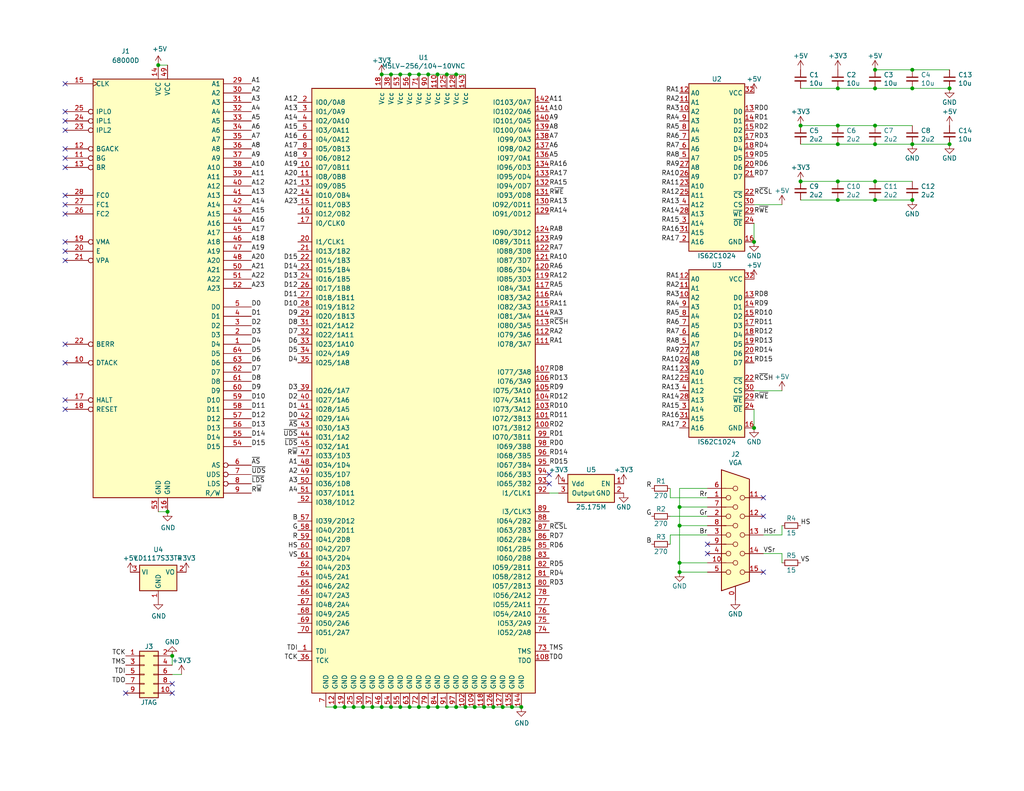
<source format=kicad_sch>
(kicad_sch (version 20230121) (generator eeschema)
  (paper "USLetter")
  (title_block (title "MacPlusVGA") (date "2020-07-02") (rev "0.5") (company "Garrett's Workshop"))
  (lib_symbols
    (symbol "CPU_NXP_68000:68000D" (pin_names (offset 0.762))
      (property "Reference" "U" (at 0 2.54 0))
      (property "Value" "68000D" (at 0 -3.81 0))
      (symbol "68000D_0_1"
        (rectangle (start -17.78 57.15) (end 17.78 -57.15) (stroke (width 0.254)) (fill (type background)))
      )
      (symbol "68000D_1_1"
        (pin bidirectional line (at 25.4 -15.24 180) (length 7.62) (name "D4") (number "1"))
        (pin input inverted (at -25.4 -20.32 0) (length 7.62) (name "DTACK") (number "10"))
        (pin output inverted (at -25.4 35.56 0) (length 7.62) (name "BG") (number "11"))
        (pin input inverted (at -25.4 38.1 0) (length 7.62) (name "BGACK") (number "12"))
        (pin input inverted (at -25.4 33.02 0) (length 7.62) (name "BR") (number "13"))
        (pin power_in line (at 0 60.96 270) (length 3.81) (name "VCC") (number "14"))
        (pin input clock (at -25.4 55.88 0) (length 7.62) (name "CLK") (number "15"))
        (pin power_in line (at 2.54 -60.96 90) (length 3.81) (name "GND") (number "16"))
        (pin bidirectional inverted (at -25.4 -30.48 0) (length 7.62) (name "HALT") (number "17"))
        (pin bidirectional inverted (at -25.4 -33.02 0) (length 7.62) (name "RESET") (number "18"))
        (pin output inverted (at -25.4 12.7 0) (length 7.62) (name "VMA") (number "19"))
        (pin bidirectional line (at 25.4 -12.7 180) (length 7.62) (name "D3") (number "2"))
        (pin output line (at -25.4 10.16 0) (length 7.62) (name "E") (number "20"))
        (pin input inverted (at -25.4 7.62 0) (length 7.62) (name "VPA") (number "21"))
        (pin input inverted (at -25.4 -15.24 0) (length 7.62) (name "BERR") (number "22"))
        (pin input inverted (at -25.4 43.18 0) (length 7.62) (name "IPL2") (number "23"))
        (pin input inverted (at -25.4 45.72 0) (length 7.62) (name "IPL1") (number "24"))
        (pin input inverted (at -25.4 48.26 0) (length 7.62) (name "IPL0") (number "25"))
        (pin output line (at -25.4 20.32 0) (length 7.62) (name "FC2") (number "26"))
        (pin output line (at -25.4 22.86 0) (length 7.62) (name "FC1") (number "27"))
        (pin output line (at -25.4 25.4 0) (length 7.62) (name "FC0") (number "28"))
        (pin output line (at 25.4 55.88 180) (length 7.62) (name "A1") (number "29"))
        (pin bidirectional line (at 25.4 -10.16 180) (length 7.62) (name "D2") (number "3"))
        (pin output line (at 25.4 53.34 180) (length 7.62) (name "A2") (number "30"))
        (pin output line (at 25.4 50.8 180) (length 7.62) (name "A3") (number "31"))
        (pin output line (at 25.4 48.26 180) (length 7.62) (name "A4") (number "32"))
        (pin output line (at 25.4 45.72 180) (length 7.62) (name "A5") (number "33"))
        (pin output line (at 25.4 43.18 180) (length 7.62) (name "A6") (number "34"))
        (pin output line (at 25.4 40.64 180) (length 7.62) (name "A7") (number "35"))
        (pin output line (at 25.4 38.1 180) (length 7.62) (name "A8") (number "36"))
        (pin output line (at 25.4 35.56 180) (length 7.62) (name "A9") (number "37"))
        (pin output line (at 25.4 33.02 180) (length 7.62) (name "A10") (number "38"))
        (pin output line (at 25.4 30.48 180) (length 7.62) (name "A11") (number "39"))
        (pin bidirectional line (at 25.4 -7.62 180) (length 7.62) (name "D1") (number "4"))
        (pin output line (at 25.4 27.94 180) (length 7.62) (name "A12") (number "40"))
        (pin output line (at 25.4 25.4 180) (length 7.62) (name "A13") (number "41"))
        (pin output line (at 25.4 22.86 180) (length 7.62) (name "A14") (number "42"))
        (pin output line (at 25.4 20.32 180) (length 7.62) (name "A15") (number "43"))
        (pin output line (at 25.4 17.78 180) (length 7.62) (name "A16") (number "44"))
        (pin output line (at 25.4 15.24 180) (length 7.62) (name "A17") (number "45"))
        (pin output line (at 25.4 12.7 180) (length 7.62) (name "A18") (number "46"))
        (pin output line (at 25.4 10.16 180) (length 7.62) (name "A19") (number "47"))
        (pin output line (at 25.4 7.62 180) (length 7.62) (name "A20") (number "48"))
        (pin power_in line (at 2.54 60.96 270) (length 3.81) (name "VCC") (number "49"))
        (pin bidirectional line (at 25.4 -5.08 180) (length 7.62) (name "D0") (number "5"))
        (pin output line (at 25.4 5.08 180) (length 7.62) (name "A21") (number "50"))
        (pin output line (at 25.4 2.54 180) (length 7.62) (name "A22") (number "51"))
        (pin output line (at 25.4 0 180) (length 7.62) (name "A23") (number "52"))
        (pin power_in line (at 0 -60.96 90) (length 3.81) (name "GND") (number "53"))
        (pin bidirectional line (at 25.4 -43.18 180) (length 7.62) (name "D15") (number "54"))
        (pin bidirectional line (at 25.4 -40.64 180) (length 7.62) (name "D14") (number "55"))
        (pin bidirectional line (at 25.4 -38.1 180) (length 7.62) (name "D13") (number "56"))
        (pin bidirectional line (at 25.4 -35.56 180) (length 7.62) (name "D12") (number "57"))
        (pin bidirectional line (at 25.4 -33.02 180) (length 7.62) (name "D11") (number "58"))
        (pin bidirectional line (at 25.4 -30.48 180) (length 7.62) (name "D10") (number "59"))
        (pin output inverted (at 25.4 -48.26 180) (length 7.62) (name "AS") (number "6"))
        (pin bidirectional line (at 25.4 -27.94 180) (length 7.62) (name "D9") (number "60"))
        (pin bidirectional line (at 25.4 -25.4 180) (length 7.62) (name "D8") (number "61"))
        (pin bidirectional line (at 25.4 -22.86 180) (length 7.62) (name "D7") (number "62"))
        (pin bidirectional line (at 25.4 -20.32 180) (length 7.62) (name "D6") (number "63"))
        (pin bidirectional line (at 25.4 -17.78 180) (length 7.62) (name "D5") (number "64"))
        (pin output inverted (at 25.4 -50.8 180) (length 7.62) (name "UDS") (number "7"))
        (pin output inverted (at 25.4 -53.34 180) (length 7.62) (name "LDS") (number "8"))
        (pin output line (at 25.4 -55.88 180) (length 7.62) (name "R/W") (number "9"))
      )
    )
    (symbol "Connector_Generic:Conn_02x05_Odd_Even" (pin_names (offset 1.016) hide)
      (property "Reference" "J" (at 1.27 7.62 0))
      (property "Value" "Conn_02x05_Odd_Even" (at 1.27 -7.62 0))
      (symbol "Conn_02x05_Odd_Even_1_1"
        (rectangle (start -1.27 -4.953) (end 0 -5.207) (stroke (width 0.1524)))
        (rectangle (start -1.27 -2.413) (end 0 -2.667) (stroke (width 0.1524)))
        (rectangle (start -1.27 0.127) (end 0 -0.127) (stroke (width 0.1524)))
        (rectangle (start -1.27 2.667) (end 0 2.413) (stroke (width 0.1524)))
        (rectangle (start -1.27 5.207) (end 0 4.953) (stroke (width 0.1524)))
        (rectangle (start -1.27 6.35) (end 3.81 -6.35) (stroke (width 0.254)) (fill (type background)))
        (rectangle (start 3.81 -4.953) (end 2.54 -5.207) (stroke (width 0.1524)))
        (rectangle (start 3.81 -2.413) (end 2.54 -2.667) (stroke (width 0.1524)))
        (rectangle (start 3.81 0.127) (end 2.54 -0.127) (stroke (width 0.1524)))
        (rectangle (start 3.81 2.667) (end 2.54 2.413) (stroke (width 0.1524)))
        (rectangle (start 3.81 5.207) (end 2.54 4.953) (stroke (width 0.1524)))
        (pin passive line (at -5.08 5.08 0) (length 3.81) (name "Pin_1") (number "1"))
        (pin passive line (at 7.62 -5.08 180) (length 3.81) (name "Pin_10") (number "10"))
        (pin passive line (at 7.62 5.08 180) (length 3.81) (name "Pin_2") (number "2"))
        (pin passive line (at -5.08 2.54 0) (length 3.81) (name "Pin_3") (number "3"))
        (pin passive line (at 7.62 2.54 180) (length 3.81) (name "Pin_4") (number "4"))
        (pin passive line (at -5.08 0 0) (length 3.81) (name "Pin_5") (number "5"))
        (pin passive line (at 7.62 0 180) (length 3.81) (name "Pin_6") (number "6"))
        (pin passive line (at -5.08 -2.54 0) (length 3.81) (name "Pin_7") (number "7"))
        (pin passive line (at 7.62 -2.54 180) (length 3.81) (name "Pin_8") (number "8"))
        (pin passive line (at -5.08 -5.08 0) (length 3.81) (name "Pin_9") (number "9"))
      )
    )
    (symbol "Device:C_Small" (pin_numbers hide) (pin_names (offset 0.254) hide)
      (property "Reference" "C" (at 0.254 1.778 0))
      (property "Value" "C_Small" (at 0.254 -2.032 0))
      (symbol "C_Small_0_1"
        (polyline (pts (xy -1.524 -0.508) (xy 1.524 -0.508)) (stroke (width 0.3302)))
        (polyline (pts (xy -1.524 0.508) (xy 1.524 0.508)) (stroke (width 0.3048)))
      )
      (symbol "C_Small_1_1"
        (pin passive line (at 0 2.54 270) (length 2.032) (name "~") (number "1"))
        (pin passive line (at 0 -2.54 90) (length 2.032) (name "~") (number "2"))
      )
    )
    (symbol "Device:R_Small" (pin_numbers hide) (pin_names (offset 0.254) hide)
      (property "Reference" "R" (at 0.762 0.508 0))
      (property "Value" "R_Small" (at 0.762 -1.016 0))
      (symbol "R_Small_0_1"
        (rectangle (start -0.762 1.778) (end 0.762 -1.778) (stroke (width 0.2032)))
      )
      (symbol "R_Small_1_1"
        (pin passive line (at 0 2.54 270) (length 0.762) (name "~") (number "1"))
        (pin passive line (at 0 -2.54 90) (length 0.762) (name "~") (number "2"))
      )
    )
    (symbol "MacPlusVGA-rescue:DB15_Female_HighDensity_MountingHoles-Connector" (pin_names (offset 1.016) hide)
      (property "Reference" "J" (at 0 21.59 0))
      (property "Value" "Connector_DB15_Female_HighDensity_MountingHoles" (at 0 19.05 0))
      (symbol "DB15_Female_HighDensity_MountingHoles-Connector_0_1"
        (circle (center -1.905 -10.16) (radius 0.635))
        (circle (center -1.905 -5.08) (radius 0.635))
        (circle (center -1.905 0) (radius 0.635))
        (circle (center -1.905 5.08) (radius 0.635))
        (circle (center -1.905 10.16) (radius 0.635))
        (circle (center 0 -7.62) (radius 0.635))
        (circle (center 0 -2.54) (radius 0.635))
        (polyline (pts (xy -3.175 7.62) (xy -0.635 7.62)))
        (polyline (pts (xy -0.635 -7.62) (xy -3.175 -7.62)))
        (polyline (pts (xy -0.635 -2.54) (xy -3.175 -2.54)))
        (polyline (pts (xy -0.635 2.54) (xy -3.175 2.54)))
        (polyline (pts (xy -0.635 12.7) (xy -3.175 12.7)))
        (polyline (pts (xy -3.81 17.78) (xy -3.81 -15.24) (xy 3.81 -12.7) (xy 3.81 15.24) (xy -3.81 17.78)) (stroke (width 0.254)) (fill (type background)))
        (circle (center 0 2.54) (radius 0.635))
        (circle (center 0 7.62) (radius 0.635))
        (circle (center 0 12.7) (radius 0.635))
        (circle (center 1.905 -10.16) (radius 0.635))
        (circle (center 1.905 -5.08) (radius 0.635))
        (circle (center 1.905 0) (radius 0.635))
        (circle (center 1.905 5.08) (radius 0.635))
        (circle (center 1.905 10.16) (radius 0.635))
      )
      (symbol "DB15_Female_HighDensity_MountingHoles-Connector_1_1"
        (pin passive line (at 0 -17.78 90) (length 3.81) (name "~") (number "0"))
        (pin passive line (at -7.62 10.16 0) (length 5.08) (name "~") (number "1"))
        (pin passive line (at -7.62 -7.62 0) (length 5.08) (name "~") (number "10"))
        (pin passive line (at 7.62 10.16 180) (length 5.08) (name "~") (number "11"))
        (pin passive line (at 7.62 5.08 180) (length 5.08) (name "~") (number "12"))
        (pin passive line (at 7.62 0 180) (length 5.08) (name "~") (number "13"))
        (pin passive line (at 7.62 -5.08 180) (length 5.08) (name "~") (number "14"))
        (pin passive line (at 7.62 -10.16 180) (length 5.08) (name "~") (number "15"))
        (pin passive line (at -7.62 5.08 0) (length 5.08) (name "~") (number "2"))
        (pin passive line (at -7.62 0 0) (length 5.08) (name "~") (number "3"))
        (pin passive line (at -7.62 -5.08 0) (length 5.08) (name "~") (number "4"))
        (pin passive line (at -7.62 -10.16 0) (length 5.08) (name "~") (number "5"))
        (pin passive line (at -7.62 12.7 0) (length 5.08) (name "~") (number "6"))
        (pin passive line (at -7.62 7.62 0) (length 5.08) (name "~") (number "7"))
        (pin passive line (at -7.62 2.54 0) (length 5.08) (name "~") (number "8"))
        (pin passive line (at -7.62 -2.54 0) (length 5.08) (name "~") (number "9"))
      )
    )
    (symbol "MacPlusVGA-rescue:M5LV-TQFP-144-GW_PLD" (pin_names (offset 1.016))
      (property "Reference" "U" (at 1.27 66.04 0))
      (property "Value" "GW_PLD_M5LV-TQFP-144" (at 1.27 63.5 0))
      (symbol "M5LV-TQFP-144-GW_PLD_0_1"
        (rectangle (start 30.48 -82.55) (end -30.48 82.55) (stroke (width 0.254)) (fill (type background)))
      )
      (symbol "M5LV-TQFP-144-GW_PLD_1_1"
        (pin input line (at -34.29 -71.12 0) (length 3.81) (name "TDI") (number "1"))
        (pin bidirectional line (at -34.29 60.96 0) (length 3.81) (name "IO7/0B11") (number "10"))
        (pin bidirectional line (at 34.29 -10.16 180) (length 3.81) (name "IO71/3B12") (number "100"))
        (pin bidirectional line (at 34.29 -7.62 180) (length 3.81) (name "IO72/3B13") (number "101"))
        (pin power_in line (at 11.43 -86.36 90) (length 3.81) (name "GND") (number "102"))
        (pin bidirectional line (at 34.29 -5.08 180) (length 3.81) (name "IO73/3A12") (number "103"))
        (pin bidirectional line (at 34.29 -2.54 180) (length 3.81) (name "IO74/3A11") (number "104"))
        (pin bidirectional line (at 34.29 0 180) (length 3.81) (name "IO75/3A10") (number "105"))
        (pin bidirectional line (at 34.29 2.54 180) (length 3.81) (name "IO76/3A9") (number "106"))
        (pin bidirectional line (at 34.29 5.08 180) (length 3.81) (name "IO77/3A8") (number "107"))
        (pin input line (at 34.29 -73.66 180) (length 3.81) (name "TDO") (number "108"))
        (pin power_in line (at 13.97 -86.36 90) (length 3.81) (name "GND") (number "109"))
        (pin bidirectional line (at -34.29 58.42 0) (length 3.81) (name "IO8/0B8") (number "11"))
        (pin power_in line (at 3.81 86.36 270) (length 3.81) (name "Vcc") (number "110"))
        (pin bidirectional line (at 34.29 12.7 180) (length 3.81) (name "IO78/3A7") (number "111"))
        (pin bidirectional line (at 34.29 15.24 180) (length 3.81) (name "IO79/3A6") (number "112"))
        (pin bidirectional line (at 34.29 17.78 180) (length 3.81) (name "IO80/3A5") (number "113"))
        (pin bidirectional line (at 34.29 20.32 180) (length 3.81) (name "IO81/3A4") (number "114"))
        (pin bidirectional line (at 34.29 22.86 180) (length 3.81) (name "IO82/3A3") (number "115"))
        (pin bidirectional line (at 34.29 25.4 180) (length 3.81) (name "IO83/3A2") (number "116"))
        (pin bidirectional line (at 34.29 27.94 180) (length 3.81) (name "IO84/3A1") (number "117"))
        (pin power_in line (at 16.51 -86.36 90) (length 3.81) (name "GND") (number "118"))
        (pin bidirectional line (at 34.29 30.48 180) (length 3.81) (name "IO85/3D3") (number "119"))
        (pin power_in line (at -24.13 -86.36 90) (length 3.81) (name "GND") (number "12"))
        (pin bidirectional line (at 34.29 33.02 180) (length 3.81) (name "IO86/3D4") (number "120"))
        (pin bidirectional line (at 34.29 35.56 180) (length 3.81) (name "IO87/3D7") (number "121"))
        (pin bidirectional line (at 34.29 38.1 180) (length 3.81) (name "IO88/3D8") (number "122"))
        (pin bidirectional line (at 34.29 40.64 180) (length 3.81) (name "IO89/3D11") (number "123"))
        (pin bidirectional line (at 34.29 43.18 180) (length 3.81) (name "IO90/3D12") (number "124"))
        (pin power_in line (at 6.35 86.36 270) (length 3.81) (name "Vcc") (number "125"))
        (pin power_in line (at 19.05 -86.36 90) (length 3.81) (name "GND") (number "126"))
        (pin power_in line (at 21.59 -86.36 90) (length 3.81) (name "GND") (number "127"))
        (pin power_in line (at 8.89 86.36 270) (length 3.81) (name "Vcc") (number "128"))
        (pin bidirectional line (at 34.29 48.26 180) (length 3.81) (name "IO91/0D12") (number "129"))
        (pin bidirectional line (at -34.29 55.88 0) (length 3.81) (name "IO9/0B5") (number "13"))
        (pin bidirectional line (at 34.29 50.8 180) (length 3.81) (name "IO92/0D11") (number "130"))
        (pin bidirectional line (at 34.29 53.34 180) (length 3.81) (name "IO93/0D8") (number "131"))
        (pin bidirectional line (at 34.29 55.88 180) (length 3.81) (name "IO94/0D7") (number "132"))
        (pin bidirectional line (at 34.29 58.42 180) (length 3.81) (name "IO95/0D4") (number "133"))
        (pin bidirectional line (at 34.29 60.96 180) (length 3.81) (name "IO96/0D3") (number "134"))
        (pin power_in line (at 24.13 -86.36 90) (length 3.81) (name "GND") (number "135"))
        (pin bidirectional line (at 34.29 63.5 180) (length 3.81) (name "IO97/0A1") (number "136"))
        (pin bidirectional line (at 34.29 66.04 180) (length 3.81) (name "IO98/0A2") (number "137"))
        (pin bidirectional line (at 34.29 68.58 180) (length 3.81) (name "IO99/0A3") (number "138"))
        (pin bidirectional line (at 34.29 71.12 180) (length 3.81) (name "IO100/0A4") (number "139"))
        (pin bidirectional line (at -34.29 53.34 0) (length 3.81) (name "IO10/0B4") (number "14"))
        (pin bidirectional line (at 34.29 73.66 180) (length 3.81) (name "IO101/0A5") (number "140"))
        (pin bidirectional line (at 34.29 76.2 180) (length 3.81) (name "IO102/0A6") (number "141"))
        (pin bidirectional line (at 34.29 78.74 180) (length 3.81) (name "IO103/0A7") (number "142"))
        (pin power_in line (at 11.43 86.36 270) (length 3.81) (name "Vcc") (number "143"))
        (pin power_in line (at 26.67 -86.36 90) (length 3.81) (name "GND") (number "144"))
        (pin bidirectional line (at -34.29 50.8 0) (length 3.81) (name "IO11/0B3") (number "15"))
        (pin bidirectional line (at -34.29 48.26 0) (length 3.81) (name "IO12/0B2") (number "16"))
        (pin input line (at -34.29 45.72 0) (length 3.81) (name "I0/CLK0") (number "17"))
        (pin power_in line (at -11.43 86.36 270) (length 3.81) (name "Vcc") (number "18"))
        (pin power_in line (at -21.59 -86.36 90) (length 3.81) (name "GND") (number "19"))
        (pin bidirectional line (at -34.29 78.74 0) (length 3.81) (name "IO0/0A8") (number "2"))
        (pin input line (at -34.29 40.64 0) (length 3.81) (name "I1/CLK1") (number "20"))
        (pin bidirectional line (at -34.29 38.1 0) (length 3.81) (name "IO13/1B2") (number "21"))
        (pin bidirectional line (at -34.29 35.56 0) (length 3.81) (name "IO14/1B3") (number "22"))
        (pin bidirectional line (at -34.29 33.02 0) (length 3.81) (name "IO15/1B4") (number "23"))
        (pin bidirectional line (at -34.29 30.48 0) (length 3.81) (name "IO16/1B5") (number "24"))
        (pin power_in line (at -19.05 -86.36 90) (length 3.81) (name "GND") (number "25"))
        (pin bidirectional line (at -34.29 27.94 0) (length 3.81) (name "IO17/1B8") (number "26"))
        (pin bidirectional line (at -34.29 25.4 0) (length 3.81) (name "IO18/1B11") (number "27"))
        (pin bidirectional line (at -34.29 22.86 0) (length 3.81) (name "IO19/1B12") (number "28"))
        (pin bidirectional line (at -34.29 20.32 0) (length 3.81) (name "IO20/1B13") (number "29"))
        (pin bidirectional line (at -34.29 76.2 0) (length 3.81) (name "IO1/0A9") (number "3"))
        (pin power_in line (at -16.51 -86.36 90) (length 3.81) (name "GND") (number "30"))
        (pin bidirectional line (at -34.29 17.78 0) (length 3.81) (name "IO21/1A12") (number "31"))
        (pin bidirectional line (at -34.29 15.24 0) (length 3.81) (name "IO22/1A11") (number "32"))
        (pin bidirectional line (at -34.29 12.7 0) (length 3.81) (name "IO23/1A10") (number "33"))
        (pin bidirectional line (at -34.29 10.16 0) (length 3.81) (name "IO24/1A9") (number "34"))
        (pin bidirectional line (at -34.29 7.62 0) (length 3.81) (name "IO25/1A8") (number "35"))
        (pin input line (at -34.29 -73.66 0) (length 3.81) (name "TCK") (number "36"))
        (pin power_in line (at -13.97 -86.36 90) (length 3.81) (name "GND") (number "37"))
        (pin power_in line (at -8.89 86.36 270) (length 3.81) (name "Vcc") (number "38"))
        (pin bidirectional line (at -34.29 0 0) (length 3.81) (name "IO26/1A7") (number "39"))
        (pin bidirectional line (at -34.29 73.66 0) (length 3.81) (name "IO2/0A10") (number "4"))
        (pin bidirectional line (at -34.29 -2.54 0) (length 3.81) (name "IO27/1A6") (number "40"))
        (pin bidirectional line (at -34.29 -5.08 0) (length 3.81) (name "IO28/1A5") (number "41"))
        (pin bidirectional line (at -34.29 -7.62 0) (length 3.81) (name "IO29/1A4") (number "42"))
        (pin bidirectional line (at -34.29 -10.16 0) (length 3.81) (name "IO30/1A3") (number "43"))
        (pin bidirectional line (at -34.29 -12.7 0) (length 3.81) (name "IO31/1A2") (number "44"))
        (pin bidirectional line (at -34.29 -15.24 0) (length 3.81) (name "IO32/1A1") (number "45"))
        (pin power_in line (at -11.43 -86.36 90) (length 3.81) (name "GND") (number "46"))
        (pin bidirectional line (at -34.29 -17.78 0) (length 3.81) (name "IO33/1D3") (number "47"))
        (pin bidirectional line (at -34.29 -20.32 0) (length 3.81) (name "IO34/1D4") (number "48"))
        (pin bidirectional line (at -34.29 -22.86 0) (length 3.81) (name "IO35/1D7") (number "49"))
        (pin bidirectional line (at -34.29 71.12 0) (length 3.81) (name "IO3/0A11") (number "5"))
        (pin bidirectional line (at -34.29 -25.4 0) (length 3.81) (name "IO36/1D8") (number "50"))
        (pin bidirectional line (at -34.29 -27.94 0) (length 3.81) (name "IO37/1D11") (number "51"))
        (pin bidirectional line (at -34.29 -30.48 0) (length 3.81) (name "IO38/1D12") (number "52"))
        (pin power_in line (at -6.35 86.36 270) (length 3.81) (name "Vcc") (number "53"))
        (pin power_in line (at -8.89 -86.36 90) (length 3.81) (name "GND") (number "54"))
        (pin power_in line (at -6.35 -86.36 90) (length 3.81) (name "GND") (number "55"))
        (pin power_in line (at -3.81 86.36 270) (length 3.81) (name "Vcc") (number "56"))
        (pin bidirectional line (at -34.29 -35.56 0) (length 3.81) (name "IO39/2D12") (number "57"))
        (pin bidirectional line (at -34.29 -38.1 0) (length 3.81) (name "IO40/2D11") (number "58"))
        (pin bidirectional line (at -34.29 -40.64 0) (length 3.81) (name "IO41/2D8") (number "59"))
        (pin bidirectional line (at -34.29 68.58 0) (length 3.81) (name "IO4/0A12") (number "6"))
        (pin bidirectional line (at -34.29 -43.18 0) (length 3.81) (name "IO42/2D7") (number "60"))
        (pin bidirectional line (at -34.29 -45.72 0) (length 3.81) (name "IO43/2D4") (number "61"))
        (pin bidirectional line (at -34.29 -48.26 0) (length 3.81) (name "IO44/2D3") (number "62"))
        (pin power_in line (at -3.81 -86.36 90) (length 3.81) (name "GND") (number "63"))
        (pin bidirectional line (at -34.29 -50.8 0) (length 3.81) (name "IO45/2A1") (number "64"))
        (pin bidirectional line (at -34.29 -53.34 0) (length 3.81) (name "IO46/2A2") (number "65"))
        (pin bidirectional line (at -34.29 -55.88 0) (length 3.81) (name "IO47/2A3") (number "66"))
        (pin bidirectional line (at -34.29 -58.42 0) (length 3.81) (name "IO48/2A4") (number "67"))
        (pin bidirectional line (at -34.29 -60.96 0) (length 3.81) (name "IO49/2A5") (number "68"))
        (pin bidirectional line (at -34.29 -63.5 0) (length 3.81) (name "IO50/2A6") (number "69"))
        (pin power_in line (at -26.67 -86.36 90) (length 3.81) (name "GND") (number "7"))
        (pin bidirectional line (at -34.29 -66.04 0) (length 3.81) (name "IO51/2A7") (number "70"))
        (pin power_in line (at -1.27 86.36 270) (length 3.81) (name "Vcc") (number "71"))
        (pin power_in line (at -1.27 -86.36 90) (length 3.81) (name "GND") (number "72"))
        (pin input line (at 34.29 -71.12 180) (length 3.81) (name "TMS") (number "73"))
        (pin bidirectional line (at 34.29 -66.04 180) (length 3.81) (name "IO52/2A8") (number "74"))
        (pin bidirectional line (at 34.29 -63.5 180) (length 3.81) (name "IO53/2A9") (number "75"))
        (pin bidirectional line (at 34.29 -60.96 180) (length 3.81) (name "IO54/2A10") (number "76"))
        (pin bidirectional line (at 34.29 -58.42 180) (length 3.81) (name "IO55/2A11") (number "77"))
        (pin bidirectional line (at 34.29 -55.88 180) (length 3.81) (name "IO56/2A12") (number "78"))
        (pin power_in line (at 1.27 -86.36 90) (length 3.81) (name "GND") (number "79"))
        (pin bidirectional line (at -34.29 66.04 0) (length 3.81) (name "IO5/0B13") (number "8"))
        (pin bidirectional line (at 34.29 -53.34 180) (length 3.81) (name "IO57/2B13") (number "80"))
        (pin bidirectional line (at 34.29 -50.8 180) (length 3.81) (name "IO58/2B12") (number "81"))
        (pin bidirectional line (at 34.29 -48.26 180) (length 3.81) (name "IO59/2B11") (number "82"))
        (pin bidirectional line (at 34.29 -45.72 180) (length 3.81) (name "IO60/2B8") (number "83"))
        (pin power_in line (at 3.81 -86.36 90) (length 3.81) (name "GND") (number "84"))
        (pin bidirectional line (at 34.29 -43.18 180) (length 3.81) (name "IO61/2B5") (number "85"))
        (pin bidirectional line (at 34.29 -40.64 180) (length 3.81) (name "IO62/2B4") (number "86"))
        (pin bidirectional line (at 34.29 -38.1 180) (length 3.81) (name "IO63/2B3") (number "87"))
        (pin bidirectional line (at 34.29 -35.56 180) (length 3.81) (name "IO64/2B2") (number "88"))
        (pin input line (at 34.29 -33.02 180) (length 3.81) (name "I3/CLK3") (number "89"))
        (pin bidirectional line (at -34.29 63.5 0) (length 3.81) (name "IO6/0B12") (number "9"))
        (pin power_in line (at 1.27 86.36 270) (length 3.81) (name "Vcc") (number "90"))
        (pin power_in line (at 6.35 -86.36 90) (length 3.81) (name "GND") (number "91"))
        (pin input line (at 34.29 -27.94 180) (length 3.81) (name "I1/CLK1") (number "92"))
        (pin bidirectional line (at 34.29 -25.4 180) (length 3.81) (name "IO65/3B2") (number "93"))
        (pin bidirectional line (at 34.29 -22.86 180) (length 3.81) (name "IO66/3B3") (number "94"))
        (pin bidirectional line (at 34.29 -20.32 180) (length 3.81) (name "IO67/3B4") (number "95"))
        (pin bidirectional line (at 34.29 -17.78 180) (length 3.81) (name "IO68/3B5") (number "96"))
        (pin power_in line (at 8.89 -86.36 90) (length 3.81) (name "GND") (number "97"))
        (pin bidirectional line (at 34.29 -15.24 180) (length 3.81) (name "IO69/3B8") (number "98"))
        (pin bidirectional line (at 34.29 -12.7 180) (length 3.81) (name "IO70/3B11") (number "99"))
      )
    )
    (symbol "MacPlusVGA-rescue:Oscillator_4P-GW_Logic" (pin_names (offset 1.016))
      (property "Reference" "U" (at 0 6.35 0))
      (property "Value" "GW_Logic_Oscillator_4P" (at 0 -3.81 0))
      (symbol "Oscillator_4P-GW_Logic_0_1"
        (rectangle (start -6.35 5.08) (end 6.35 -2.54) (stroke (width 0.254)) (fill (type background)))
      )
      (symbol "Oscillator_4P-GW_Logic_1_1"
        (pin input line (at -8.89 2.54 0) (length 2.54) (name "EN") (number "1"))
        (pin power_in line (at -8.89 0 0) (length 2.54) (name "GND") (number "2"))
        (pin output line (at 8.89 0 180) (length 2.54) (name "Output") (number "3"))
        (pin power_in line (at 8.89 2.54 180) (length 2.54) (name "Vdd") (number "4"))
      )
    )
    (symbol "MacPlusVGA-rescue:SRAM-128Kx8-SOP-32-GW_RAM"
      (property "Reference" "U?" (at 0 24.13 0))
      (property "Value" "GW_RAM_SRAM-128Kx8-SOP-32" (at 0 0 90))
      (symbol "SRAM-128Kx8-SOP-32-GW_RAM_1_1"
        (rectangle (start -7.62 22.86) (end 7.62 -22.86) (stroke (width 0.254)) (fill (type background)))
        (pin no_connect line (at 10.16 -5.08 180) (length 2.54) hide (name "NC") (number "1"))
        (pin input line (at -10.16 15.24 0) (length 2.54) (name "A2") (number "10"))
        (pin input line (at -10.16 17.78 0) (length 2.54) (name "A1") (number "11"))
        (pin input line (at -10.16 20.32 0) (length 2.54) (name "A0") (number "12"))
        (pin bidirectional line (at 10.16 15.24 180) (length 2.54) (name "D0") (number "13"))
        (pin bidirectional line (at 10.16 12.7 180) (length 2.54) (name "D1") (number "14"))
        (pin bidirectional line (at 10.16 10.16 180) (length 2.54) (name "D2") (number "15"))
        (pin power_in line (at 10.16 -20.32 180) (length 2.54) (name "GND") (number "16"))
        (pin bidirectional line (at 10.16 7.62 180) (length 2.54) (name "D3") (number "17"))
        (pin bidirectional line (at 10.16 5.08 180) (length 2.54) (name "D4") (number "18"))
        (pin bidirectional line (at 10.16 2.54 180) (length 2.54) (name "D5") (number "19"))
        (pin input line (at -10.16 -20.32 0) (length 2.54) (name "A16") (number "2"))
        (pin bidirectional line (at 10.16 0 180) (length 2.54) (name "D6") (number "20"))
        (pin bidirectional line (at 10.16 -2.54 180) (length 2.54) (name "D7") (number "21"))
        (pin input line (at 10.16 -7.62 180) (length 2.54) (name "~{CS}") (number "22"))
        (pin input line (at -10.16 -5.08 0) (length 2.54) (name "A10") (number "23"))
        (pin input line (at 10.16 -15.24 180) (length 2.54) (name "~{OE}") (number "24"))
        (pin input line (at -10.16 -7.62 0) (length 2.54) (name "A11") (number "25"))
        (pin input line (at -10.16 -2.54 0) (length 2.54) (name "A9") (number "26"))
        (pin input line (at -10.16 0 0) (length 2.54) (name "A8") (number "27"))
        (pin input line (at -10.16 -12.7 0) (length 2.54) (name "A13") (number "28"))
        (pin input line (at 10.16 -12.7 180) (length 2.54) (name "~{WE}") (number "29"))
        (pin input line (at -10.16 -15.24 0) (length 2.54) (name "A14") (number "3"))
        (pin input line (at 10.16 -10.16 180) (length 2.54) (name "CS") (number "30"))
        (pin input line (at -10.16 -17.78 0) (length 2.54) (name "A15") (number "31"))
        (pin power_in line (at 10.16 20.32 180) (length 2.54) (name "VCC") (number "32"))
        (pin input line (at -10.16 -10.16 0) (length 2.54) (name "A12") (number "4"))
        (pin input line (at -10.16 2.54 0) (length 2.54) (name "A7") (number "5"))
        (pin input line (at -10.16 5.08 0) (length 2.54) (name "A6") (number "6"))
        (pin input line (at -10.16 7.62 0) (length 2.54) (name "A5") (number "7"))
        (pin input line (at -10.16 10.16 0) (length 2.54) (name "A4") (number "8"))
        (pin input line (at -10.16 12.7 0) (length 2.54) (name "A3") (number "9"))
      )
    )
    (symbol "Regulator_Linear:LD1117S33TR_SOT223"
      (property "Reference" "U" (at -3.81 3.175 0))
      (property "Value" "LD1117S33TR_SOT223" (at 0 3.175 0))
      (symbol "LD1117S33TR_SOT223_0_1"
        (rectangle (start -5.08 -5.08) (end 5.08 1.905) (stroke (width 0.254)) (fill (type background)))
      )
      (symbol "LD1117S33TR_SOT223_1_1"
        (pin power_in line (at 0 -7.62 90) (length 2.54) (name "GND") (number "1"))
        (pin power_out line (at 7.62 0 180) (length 2.54) (name "VO") (number "2"))
        (pin power_in line (at -7.62 0 0) (length 2.54) (name "VI") (number "3"))
      )
    )
    (symbol "power:+3V3" (power) (pin_names (offset 0))
      (property "Value" "+3V3" (at 0 3.556 0))
      (symbol "+3V3_0_1"
        (polyline (pts (xy -0.762 1.27) (xy 0 2.54)))
        (polyline (pts (xy 0 0) (xy 0 2.54)))
        (polyline (pts (xy 0 2.54) (xy 0.762 1.27)))
      )
      (symbol "+3V3_1_1"
        (pin power_in line (at 0 0 90) (length 0) hide (name "+3V3") (number "1"))
      )
    )
    (symbol "power:+5V" (power) (pin_names (offset 0))
      (property "Value" "+5V" (at 0 3.556 0))
      (symbol "+5V_0_1"
        (polyline (pts (xy -0.762 1.27) (xy 0 2.54)))
        (polyline (pts (xy 0 0) (xy 0 2.54)))
        (polyline (pts (xy 0 2.54) (xy 0.762 1.27)))
      )
      (symbol "+5V_1_1"
        (pin power_in line (at 0 0 90) (length 0) hide (name "+5V") (number "1"))
      )
    )
    (symbol "power:GND" (power) (pin_names (offset 0))
      (property "Value" "GND" (at 0 -3.81 0))
      (symbol "GND_0_1"
        (polyline (pts (xy 0 0) (xy 0 -1.27) (xy 1.27 -1.27) (xy 0 -2.54) (xy -1.27 -1.27) (xy 0 -1.27)))
      )
      (symbol "GND_1_1"
        (pin power_in line (at 0 0 270) (length 0) hide (name "GND") (number "1"))
      )
    )
  )
  (junction (at 116.84 20.32))
  (junction (at 238.76 24.13))
  (junction (at 238.76 39.37))
  (junction (at 119.38 20.32))
  (junction (at 238.76 49.53))
  (junction (at 228.6 49.53))
  (junction (at 104.14 20.32))
  (junction (at 129.54 193.04))
  (junction (at 248.92 39.37))
  (junction (at 228.6 34.29))
  (junction (at 248.92 19.05))
  (junction (at 116.84 193.04))
  (junction (at 46.99 179.07))
  (junction (at 106.68 20.32))
  (junction (at 111.76 193.04))
  (junction (at 137.16 193.04))
  (junction (at 238.76 34.29))
  (junction (at 134.62 193.04))
  (junction (at 127 193.04))
  (junction (at 106.68 193.04))
  (junction (at 132.08 193.04))
  (junction (at 205.74 116.84))
  (junction (at 248.92 24.13))
  (junction (at 205.74 66.04))
  (junction (at 124.46 20.32))
  (junction (at 185.42 153.67))
  (junction (at 109.22 20.32))
  (junction (at 228.6 54.61))
  (junction (at 109.22 193.04))
  (junction (at 99.06 193.04))
  (junction (at 124.46 193.04))
  (junction (at 218.44 49.53))
  (junction (at 185.42 156.21))
  (junction (at 121.92 20.32))
  (junction (at 228.6 39.37))
  (junction (at 121.92 193.04))
  (junction (at 259.08 24.13))
  (junction (at 114.3 20.32))
  (junction (at 185.42 143.51))
  (junction (at 142.24 193.04))
  (junction (at 43.18 17.78))
  (junction (at 96.52 193.04))
  (junction (at 248.92 54.61))
  (junction (at 104.14 193.04))
  (junction (at 45.72 139.7))
  (junction (at 119.38 193.04))
  (junction (at 238.76 54.61))
  (junction (at 218.44 34.29))
  (junction (at 228.6 24.13))
  (junction (at 259.08 39.37))
  (junction (at 93.98 193.04))
  (junction (at 238.76 19.05))
  (junction (at 139.7 193.04))
  (junction (at 111.76 20.32))
  (junction (at 185.42 138.43))
  (junction (at 114.3 193.04))
  (junction (at 91.44 193.04))
  (junction (at 101.6 193.04))
  (no_connect (at 46.99 189.23))
  (no_connect (at 193.04 148.59))
  (no_connect (at 17.78 68.58))
  (no_connect (at 34.29 189.23))
  (no_connect (at 17.78 45.72))
  (no_connect (at 17.78 35.56))
  (no_connect (at 149.86 132.08))
  (no_connect (at 17.78 53.34))
  (no_connect (at 17.78 93.98))
  (no_connect (at 17.78 111.76))
  (no_connect (at 17.78 43.18))
  (no_connect (at 17.78 99.06))
  (no_connect (at 208.28 135.89))
  (no_connect (at 149.86 129.54))
  (no_connect (at 17.78 109.22))
  (no_connect (at 17.78 66.04))
  (no_connect (at 208.28 140.97))
  (no_connect (at 17.78 22.86))
  (no_connect (at 17.78 58.42))
  (no_connect (at 17.78 30.48))
  (no_connect (at 17.78 40.64))
  (no_connect (at 193.04 151.13))
  (no_connect (at 208.28 156.21))
  (no_connect (at 17.78 55.88))
  (no_connect (at 17.78 33.02))
  (no_connect (at 17.78 71.12))
  (no_connect (at 46.99 186.69))
  (wire (pts (xy 213.36 106.68) (xy 205.74 106.68)))
  (wire (pts (xy 43.18 17.78) (xy 45.72 17.78)))
  (wire (pts (xy 228.6 39.37) (xy 238.76 39.37)))
  (wire (pts (xy 114.3 20.32) (xy 116.84 20.32)))
  (wire (pts (xy 121.92 20.32) (xy 124.46 20.32)))
  (wire (pts (xy 132.08 193.04) (xy 129.54 193.04)))
  (wire (pts (xy 134.62 193.04) (xy 132.08 193.04)))
  (wire (pts (xy 104.14 193.04) (xy 101.6 193.04)))
  (wire (pts (xy 238.76 39.37) (xy 248.92 39.37)))
  (wire (pts (xy 137.16 193.04) (xy 134.62 193.04)))
  (wire (pts (xy 93.98 193.04) (xy 91.44 193.04)))
  (wire (pts (xy 149.86 134.62) (xy 152.4 134.62)))
  (wire (pts (xy 127 193.04) (xy 124.46 193.04)))
  (wire (pts (xy 238.76 19.05) (xy 248.92 19.05)))
  (wire (pts (xy 106.68 20.32) (xy 109.22 20.32)))
  (wire (pts (xy 238.76 49.53) (xy 248.92 49.53)))
  (wire (pts (xy 218.44 24.13) (xy 228.6 24.13)))
  (wire (pts (xy 248.92 39.37) (xy 259.08 39.37)))
  (wire (pts (xy 185.42 133.35) (xy 185.42 138.43)))
  (wire (pts (xy 205.74 60.96) (xy 205.74 66.04)))
  (wire (pts (xy 238.76 24.13) (xy 248.92 24.13)))
  (wire (pts (xy 116.84 193.04) (xy 114.3 193.04)))
  (wire (pts (xy 193.04 153.67) (xy 185.42 153.67)))
  (wire (pts (xy 91.44 193.04) (xy 88.9 193.04)))
  (wire (pts (xy 96.52 193.04) (xy 93.98 193.04)))
  (wire (pts (xy 248.92 24.13) (xy 259.08 24.13)))
  (wire (pts (xy 248.92 19.05) (xy 259.08 19.05)))
  (wire (pts (xy 185.42 153.67) (xy 185.42 143.51)))
  (wire (pts (xy 124.46 20.32) (xy 127 20.32)))
  (wire (pts (xy 185.42 138.43) (xy 185.42 143.51)))
  (wire (pts (xy 205.74 111.76) (xy 205.74 116.84)))
  (wire (pts (xy 185.42 156.21) (xy 185.42 153.67)))
  (wire (pts (xy 111.76 193.04) (xy 109.22 193.04)))
  (wire (pts (xy 129.54 193.04) (xy 127 193.04)))
  (wire (pts (xy 208.28 146.05) (xy 213.36 146.05)))
  (wire (pts (xy 121.92 193.04) (xy 119.38 193.04)))
  (wire (pts (xy 142.24 193.04) (xy 139.7 193.04)))
  (wire (pts (xy 218.44 39.37) (xy 228.6 39.37)))
  (wire (pts (xy 114.3 193.04) (xy 111.76 193.04)))
  (wire (pts (xy 104.14 20.32) (xy 106.68 20.32)))
  (wire (pts (xy 49.53 184.15) (xy 46.99 184.15)))
  (wire (pts (xy 119.38 193.04) (xy 116.84 193.04)))
  (wire (pts (xy 109.22 20.32) (xy 111.76 20.32)))
  (wire (pts (xy 218.44 49.53) (xy 228.6 49.53)))
  (wire (pts (xy 111.76 20.32) (xy 114.3 20.32)))
  (wire (pts (xy 45.72 139.7) (xy 43.18 139.7)))
  (wire (pts (xy 185.42 143.51) (xy 193.04 143.51)))
  (wire (pts (xy 124.46 193.04) (xy 121.92 193.04)))
  (wire (pts (xy 182.88 148.59) (xy 182.88 146.05)))
  (wire (pts (xy 116.84 20.32) (xy 119.38 20.32)))
  (wire (pts (xy 193.04 156.21) (xy 185.42 156.21)))
  (wire (pts (xy 139.7 193.04) (xy 137.16 193.04)))
  (wire (pts (xy 119.38 20.32) (xy 121.92 20.32)))
  (wire (pts (xy 238.76 54.61) (xy 248.92 54.61)))
  (wire (pts (xy 182.88 146.05) (xy 193.04 146.05)))
  (wire (pts (xy 182.88 133.35) (xy 182.88 135.89)))
  (wire (pts (xy 106.68 193.04) (xy 104.14 193.04)))
  (wire (pts (xy 228.6 24.13) (xy 238.76 24.13)))
  (wire (pts (xy 213.36 153.67) (xy 213.36 151.13)))
  (wire (pts (xy 218.44 54.61) (xy 228.6 54.61)))
  (wire (pts (xy 101.6 193.04) (xy 99.06 193.04)))
  (wire (pts (xy 228.6 54.61) (xy 238.76 54.61)))
  (wire (pts (xy 213.36 146.05) (xy 213.36 143.51)))
  (wire (pts (xy 182.88 135.89) (xy 193.04 135.89)))
  (wire (pts (xy 228.6 34.29) (xy 238.76 34.29)))
  (wire (pts (xy 193.04 133.35) (xy 185.42 133.35)))
  (wire (pts (xy 213.36 55.88) (xy 205.74 55.88)))
  (wire (pts (xy 213.36 151.13) (xy 208.28 151.13)))
  (wire (pts (xy 46.99 179.07) (xy 46.99 181.61)))
  (wire (pts (xy 99.06 193.04) (xy 96.52 193.04)))
  (wire (pts (xy 182.88 140.97) (xy 193.04 140.97)))
  (wire (pts (xy 193.04 138.43) (xy 185.42 138.43)))
  (wire (pts (xy 238.76 34.29) (xy 248.92 34.29)))
  (wire (pts (xy 218.44 34.29) (xy 228.6 34.29)))
  (wire (pts (xy 109.22 193.04) (xy 106.68 193.04)))
  (wire (pts (xy 228.6 49.53) (xy 238.76 49.53)))
  (label "D12" (at 81.28 78.74 180))
  (label "~{AS}" (at 68.58 127 0))
  (label "R~{WE}" (at 205.74 58.42 0))
  (label "A11" (at 68.58 48.26 0))
  (label "TDI" (at 81.28 177.8 180))
  (label "A11" (at 149.86 27.94 0))
  (label "D2" (at 68.58 88.9 0))
  (label "~{LDS}" (at 81.28 121.92 180))
  (label "TMS" (at 34.29 181.61 180))
  (label "A14" (at 81.28 33.02 180))
  (label "A8" (at 68.58 40.64 0))
  (label "RA13" (at 185.42 106.68 180))
  (label "A13" (at 81.28 30.48 180))
  (label "VS" (at 81.28 152.4 180))
  (label "A7" (at 68.58 38.1 0))
  (label "HS" (at 218.44 143.51 0))
  (label "D9" (at 81.28 86.36 180))
  (label "RD11" (at 149.86 114.3 0))
  (label "RA10" (at 185.42 99.06 180))
  (label "RA6" (at 149.86 73.66 0))
  (label "A16" (at 81.28 38.1 180))
  (label "R~{W}" (at 81.28 124.46 180))
  (label "RD6" (at 205.74 45.72 0))
  (label "RA1" (at 149.86 93.98 0))
  (label "D2" (at 81.28 109.22 180))
  (label "A18" (at 81.28 43.18 180))
  (label "RA9" (at 185.42 45.72 180))
  (label "D13" (at 68.58 116.84 0))
  (label "RA13" (at 149.86 55.88 0))
  (label "RA15" (at 185.42 60.96 180))
  (label "RD6" (at 149.86 149.86 0))
  (label "D9" (at 68.58 106.68 0))
  (label "A21" (at 81.28 50.8 180))
  (label "A19" (at 68.58 68.58 0))
  (label "G" (at 177.8 140.97 180))
  (label "RA8" (at 185.42 43.18 180))
  (label "Rr" (at 193.04 135.89 180))
  (label "RA4" (at 149.86 81.28 0))
  (label "B" (at 81.28 142.24 180))
  (label "RA11" (at 185.42 101.6 180))
  (label "RD5" (at 149.86 154.94 0))
  (label "A16" (at 68.58 60.96 0))
  (label "RA17" (at 149.86 48.26 0))
  (label "A1" (at 68.58 22.86 0))
  (label "D1" (at 68.58 86.36 0))
  (label "A22" (at 81.28 53.34 180))
  (label "A21" (at 68.58 73.66 0))
  (label "~{UDS}" (at 81.28 119.38 180))
  (label "D7" (at 81.28 91.44 180))
  (label "D13" (at 81.28 76.2 180))
  (label "RD10" (at 149.86 111.76 0))
  (label "RD9" (at 205.74 83.82 0))
  (label "RA8" (at 185.42 93.98 180))
  (label "RA14" (at 185.42 109.22 180))
  (label "RA9" (at 149.86 66.04 0))
  (label "D6" (at 68.58 99.06 0))
  (label "A6" (at 68.58 35.56 0))
  (label "RA2" (at 185.42 78.74 180))
  (label "TDI" (at 34.29 184.15 180))
  (label "RA8" (at 149.86 63.5 0))
  (label "A23" (at 68.58 78.74 0))
  (label "RD1" (at 205.74 33.02 0))
  (label "RA5" (at 185.42 86.36 180))
  (label "RA2" (at 149.86 91.44 0))
  (label "D4" (at 68.58 93.98 0))
  (label "RA5" (at 185.42 35.56 180))
  (label "A17" (at 68.58 63.5 0))
  (label "D0" (at 68.58 83.82 0))
  (label "RA6" (at 185.42 88.9 180))
  (label "A10" (at 68.58 45.72 0))
  (label "RA10" (at 149.86 71.12 0))
  (label "RA14" (at 185.42 58.42 180))
  (label "A4" (at 68.58 30.48 0))
  (label "RA4" (at 185.42 83.82 180))
  (label "A6" (at 149.86 40.64 0))
  (label "D1" (at 81.28 111.76 180))
  (label "~{LDS}" (at 68.58 132.08 0))
  (label "TDO" (at 34.29 186.69 180))
  (label "A9" (at 68.58 43.18 0))
  (label "HSr" (at 208.28 146.05 0))
  (label "RD8" (at 149.86 101.6 0))
  (label "R~{WE}" (at 205.74 109.22 0))
  (label "D15" (at 68.58 121.92 0))
  (label "D10" (at 68.58 109.22 0))
  (label "RD15" (at 205.74 99.06 0))
  (label "A17" (at 81.28 40.64 180))
  (label "~{AS}" (at 81.28 116.84 180))
  (label "A18" (at 68.58 66.04 0))
  (label "TCK" (at 81.28 180.34 180))
  (label "A10" (at 149.86 30.48 0))
  (label "RA12" (at 185.42 53.34 180))
  (label "RD15" (at 149.86 127 0))
  (label "RA3" (at 185.42 81.28 180))
  (label "RA16" (at 185.42 114.3 180))
  (label "RA5" (at 149.86 78.74 0))
  (label "A19" (at 81.28 45.72 180))
  (label "RA11" (at 149.86 83.82 0))
  (label "RD0" (at 149.86 121.92 0))
  (label "A8" (at 149.86 35.56 0))
  (label "D12" (at 68.58 114.3 0))
  (label "A14" (at 68.58 55.88 0))
  (label "D3" (at 81.28 106.68 180))
  (label "RD4" (at 205.74 40.64 0))
  (label "D11" (at 81.28 81.28 180))
  (label "RD9" (at 149.86 106.68 0))
  (label "R~{CS}H" (at 205.74 104.14 0))
  (label "RA12" (at 149.86 76.2 0))
  (label "R" (at 177.8 133.35 180))
  (label "G" (at 81.28 144.78 180))
  (label "RD12" (at 149.86 109.22 0))
  (label "A5" (at 149.86 43.18 0))
  (label "RD2" (at 205.74 35.56 0))
  (label "A5" (at 68.58 33.02 0))
  (label "RA16" (at 149.86 45.72 0))
  (label "RA7" (at 149.86 68.58 0))
  (label "A7" (at 149.86 38.1 0))
  (label "Gr" (at 193.04 140.97 180))
  (label "RD12" (at 205.74 91.44 0))
  (label "A15" (at 68.58 58.42 0))
  (label "A20" (at 81.28 48.26 180))
  (label "~{UDS}" (at 68.58 129.54 0))
  (label "RA12" (at 185.42 104.14 180))
  (label "RA13" (at 185.42 55.88 180))
  (label "TMS" (at 149.86 177.8 0))
  (label "D3" (at 68.58 91.44 0))
  (label "RA6" (at 185.42 38.1 180))
  (label "TCK" (at 34.29 179.07 180))
  (label "RD0" (at 205.74 30.48 0))
  (label "HS" (at 81.28 149.86 180))
  (label "RA7" (at 185.42 91.44 180))
  (label "RA1" (at 185.42 25.4 180))
  (label "RD3" (at 149.86 160.02 0))
  (label "A2" (at 68.58 25.4 0))
  (label "Br" (at 193.04 146.05 180))
  (label "R~{W}" (at 68.58 134.62 0))
  (label "RD5" (at 205.74 43.18 0))
  (label "RA10" (at 185.42 48.26 180))
  (label "RA4" (at 185.42 33.02 180))
  (label "RA15" (at 185.42 111.76 180))
  (label "A4" (at 81.28 134.62 180))
  (label "RD8" (at 205.74 81.28 0))
  (label "D4" (at 81.28 99.06 180))
  (label "RD11" (at 205.74 88.9 0))
  (label "R~{CS}L" (at 149.86 144.78 0))
  (label "D14" (at 81.28 73.66 180))
  (label "RA16" (at 185.42 63.5 180))
  (label "D8" (at 81.28 88.9 180))
  (label "R~{WE}" (at 149.86 53.34 0))
  (label "D14" (at 68.58 119.38 0))
  (label "A9" (at 149.86 33.02 0))
  (label "D15" (at 81.28 71.12 180))
  (label "R" (at 81.28 147.32 180))
  (label "A15" (at 81.28 35.56 180))
  (label "RD13" (at 149.86 104.14 0))
  (label "RA7" (at 185.42 40.64 180))
  (label "D0" (at 81.28 114.3 180))
  (label "RD7" (at 149.86 147.32 0))
  (label "RA11" (at 185.42 50.8 180))
  (label "D5" (at 68.58 96.52 0))
  (label "D11" (at 68.58 111.76 0))
  (label "A12" (at 81.28 27.94 180))
  (label "RA9" (at 185.42 96.52 180))
  (label "RD10" (at 205.74 86.36 0))
  (label "RA3" (at 149.86 86.36 0))
  (label "TDO" (at 149.86 180.34 0))
  (label "RA17" (at 185.42 116.84 180))
  (label "RD1" (at 149.86 119.38 0))
  (label "RD7" (at 205.74 48.26 0))
  (label "RA3" (at 185.42 30.48 180))
  (label "D7" (at 68.58 101.6 0))
  (label "RD14" (at 205.74 96.52 0))
  (label "D5" (at 81.28 96.52 180))
  (label "A2" (at 81.28 129.54 180))
  (label "D6" (at 81.28 93.98 180))
  (label "B" (at 177.8 148.59 180))
  (label "VS" (at 218.44 153.67 0))
  (label "RA2" (at 185.42 27.94 180))
  (label "R~{CS}L" (at 205.74 53.34 0))
  (label "A23" (at 81.28 55.88 180))
  (label "A22" (at 68.58 76.2 0))
  (label "RD13" (at 205.74 93.98 0))
  (label "D10" (at 81.28 83.82 180))
  (label "A1" (at 81.28 127 180))
  (label "A3" (at 68.58 27.94 0))
  (label "D8" (at 68.58 104.14 0))
  (label "RD4" (at 149.86 157.48 0))
  (label "A13" (at 68.58 53.34 0))
  (label "R~{CS}H" (at 149.86 88.9 0))
  (label "RA14" (at 149.86 58.42 0))
  (label "VSr" (at 208.28 151.13 0))
  (label "A20" (at 68.58 71.12 0))
  (label "A12" (at 68.58 50.8 0))
  (label "RD14" (at 149.86 124.46 0))
  (label "RD3" (at 205.74 38.1 0))
  (label "RA15" (at 149.86 50.8 0))
  (label "A3" (at 81.28 132.08 180))
  (label "RD2" (at 149.86 116.84 0))
  (label "RA17" (at 185.42 66.04 180))
  (label "RA1" (at 185.42 76.2 180))
  (symbol (lib_id "CPU_NXP_68000:68000D") (at 43.18 78.74 0) (unit 1)
    (property "Reference" "J1" (at 34.29 13.97 0))
    (property "Value" "68000D" (at 34.29 16.51 0))
    (property "Footprint" "stdpads:DIP-64-Slot" (effects hide))
    (property "Datasheet" "https://www.nxp.com/docs/en/reference-manual/MC68000UM.pdf" (effects hide))
  )
  (symbol (lib_id "MacPlusVGA-rescue:M5LV-TQFP-144-GW_PLD") (at 115.57 106.68 0) (unit 1)
    (property "Reference" "U1" (at 115.57 15.7226 0))
    (property "Value" "M5LV-256/104-10VNC" (at 115.57 18.034 0))
    (property "Footprint" "stdpads:TQFP-144_20x20mm_P0.5mm" (effects hide))
    (property "Datasheet" "https://www.latticesemi.com/-/media/LatticeSemi/Documents/DataSheets/MACH/MACH5DataSheet.ashx?la=en" (effects hide))
  )
  (symbol (lib_id "MacPlusVGA-rescue:Oscillator_4P-GW_Logic") (at 161.29 134.62 0) (mirror y) (unit 1)
    (property "Reference" "U5" (at 161.29 128.27 0))
    (property "Value" "25.175M" (at 161.29 138.43 0))
    (property "Footprint" "stdpads:Crystal_SMD_3225-4Pin_3.2x2.5mm" (effects hide))
  )
  (symbol (lib_id "MacPlusVGA-rescue:SRAM-128Kx8-SOP-32-GW_RAM") (at 195.58 45.72 0) (unit 1)
    (property "Reference" "U2" (at 195.58 21.59 0))
    (property "Value" "IS62C1024" (at 195.58 69.85 0))
    (property "Footprint" "stdpads:SOP-32_P1.27mm" (effects hide))
    (property "Datasheet" "http://www.futurlec.com/Datasheet/Memory/628128.pdf" (effects hide))
  )
  (symbol (lib_id "power:GND") (at 170.18 134.62 0) (unit 1)
    (property "Reference" "#PWR0103" (effects hide))
    (property "Value" "GND" (at 170.18 138.43 0))
  )
  (symbol (lib_id "power:+3V3") (at 170.18 132.08 0) (unit 1)
    (property "Reference" "#PWR0104" (effects hide))
    (property "Value" "+3V3" (at 170.18 128.27 0))
  )
  (symbol (lib_id "power:+3V3") (at 152.4 132.08 0) (unit 1)
    (property "Reference" "#PWR0105" (effects hide))
    (property "Value" "+3V3" (at 152.4 128.27 0))
  )
  (symbol (lib_id "power:+5V") (at 43.18 17.78 0) (unit 1)
    (property "Reference" "#PWR01" (effects hide))
    (property "Value" "+5V" (at 43.561 13.3858 0))
  )
  (symbol (lib_id "power:GND") (at 45.72 139.7 0) (unit 1)
    (property "Reference" "#PWR019" (effects hide))
    (property "Value" "GND" (at 45.847 144.0942 0))
  )
  (symbol (lib_id "Regulator_Linear:LD1117S33TR_SOT223") (at 43.18 156.21 0) (unit 1)
    (property "Reference" "U4" (at 43.18 150.0632 0))
    (property "Value" "LD1117S33TR" (at 43.18 152.3746 0))
    (property "Footprint" "stdpads:SOT-223" (effects hide))
    (property "Datasheet" "http://www.st.com/st-web-ui/static/active/en/resource/technical/document/datasheet/CD00000544.pdf" (effects hide))
  )
  (symbol (lib_id "power:+5V") (at 205.74 25.4 0) (unit 1)
    (property "Reference" "#PWR07" (effects hide))
    (property "Value" "+5V" (at 205.74 21.59 0))
  )
  (symbol (lib_id "power:GND") (at 185.42 156.21 0) (unit 1)
    (property "Reference" "#PWR0101" (effects hide))
    (property "Value" "GND" (at 185.42 160.02 0))
  )
  (symbol (lib_id "power:+5V") (at 205.74 76.2 0) (unit 1)
    (property "Reference" "#PWR016" (effects hide))
    (property "Value" "+5V" (at 205.74 72.39 0))
  )
  (symbol (lib_id "MacPlusVGA-rescue:SRAM-128Kx8-SOP-32-GW_RAM") (at 195.58 96.52 0) (unit 1)
    (property "Reference" "U3" (at 195.58 72.39 0))
    (property "Value" "IS62C1024" (at 195.58 120.65 0))
    (property "Footprint" "stdpads:SOP-32_P1.27mm" (effects hide))
    (property "Datasheet" "http://www.futurlec.com/Datasheet/Memory/628128.pdf" (effects hide))
  )
  (symbol (lib_id "power:GND") (at 142.24 193.04 0) (unit 1)
    (property "Reference" "#PWR023" (effects hide))
    (property "Value" "GND" (at 142.367 197.4342 0))
  )
  (symbol (lib_id "power:GND") (at 43.18 163.83 0) (unit 1)
    (property "Reference" "#PWR022" (effects hide))
    (property "Value" "GND" (at 43.307 168.2242 0))
  )
  (symbol (lib_id "power:+5V") (at 35.56 156.21 0) (unit 1)
    (property "Reference" "#PWR020" (effects hide))
    (property "Value" "+5V" (at 35.56 152.4 0))
  )
  (symbol (lib_id "power:+3V3") (at 104.14 20.32 0) (unit 1)
    (property "Reference" "#PWR05" (effects hide))
    (property "Value" "+3V3" (at 104.14 16.51 0))
  )
  (symbol (lib_id "power:+3V3") (at 50.8 156.21 0) (unit 1)
    (property "Reference" "#PWR021" (effects hide))
    (property "Value" "+3V3" (at 50.8 152.4 0))
  )
  (symbol (lib_id "Device:R_Small") (at 180.34 133.35 270) (unit 1)
    (property "Reference" "R1" (at 180.34 132.08 90) (effects (justify bottom)))
    (property "Value" "270" (at 180.34 134.62 90) (effects (justify top)))
    (property "Footprint" "stdpads:R_0805" (effects hide))
  )
  (symbol (lib_id "power:GND") (at 205.74 116.84 0) (unit 1)
    (property "Reference" "#PWR018" (effects hide))
    (property "Value" "GND" (at 205.74 120.65 0))
  )
  (symbol (lib_id "power:GND") (at 205.74 66.04 0) (unit 1)
    (property "Reference" "#PWR015" (effects hide))
    (property "Value" "GND" (at 205.74 69.85 0))
  )
  (symbol (lib_id "Device:C_Small") (at 228.6 36.83 0) (unit 1)
    (property "Reference" "C6" (at 230.9368 35.6616 0) (effects (justify left)))
    (property "Value" "2u2" (at 230.9368 37.973 0) (effects (justify left)))
    (property "Footprint" "stdpads:C_0603" (effects hide))
  )
  (symbol (lib_id "Device:C_Small") (at 218.44 21.59 0) (unit 1)
    (property "Reference" "C1" (at 220.7768 20.4216 0) (effects (justify left)))
    (property "Value" "10u" (at 220.7768 22.733 0) (effects (justify left)))
    (property "Footprint" "stdpads:C_0805" (effects hide))
  )
  (symbol (lib_id "power:+5V") (at 218.44 19.05 0) (unit 1)
    (property "Reference" "#PWR02" (effects hide))
    (property "Value" "+5V" (at 218.44 15.24 0))
  )
  (symbol (lib_id "Device:C_Small") (at 228.6 21.59 0) (unit 1)
    (property "Reference" "C2" (at 230.9368 20.4216 0) (effects (justify left)))
    (property "Value" "10u" (at 230.9368 22.733 0) (effects (justify left)))
    (property "Footprint" "stdpads:C_0805" (effects hide))
  )
  (symbol (lib_id "power:+3V3") (at 228.6 19.05 0) (unit 1)
    (property "Reference" "#PWR03" (effects hide))
    (property "Value" "+3V3" (at 228.6 15.24 0))
  )
  (symbol (lib_id "Device:R_Small") (at 180.34 140.97 270) (unit 1)
    (property "Reference" "R2" (at 180.34 139.7 90) (effects (justify bottom)))
    (property "Value" "270" (at 180.34 142.24 90) (effects (justify top)))
    (property "Footprint" "stdpads:R_0805" (effects hide))
  )
  (symbol (lib_id "Device:R_Small") (at 180.34 148.59 270) (unit 1)
    (property "Reference" "R3" (at 180.34 147.32 90) (effects (justify bottom)))
    (property "Value" "270" (at 180.34 149.86 90) (effects (justify top)))
    (property "Footprint" "stdpads:R_0805" (effects hide))
  )
  (symbol (lib_id "Device:C_Small") (at 218.44 36.83 0) (unit 1)
    (property "Reference" "C5" (at 220.7768 35.6616 0) (effects (justify left)))
    (property "Value" "2u2" (at 220.7768 37.973 0) (effects (justify left)))
    (property "Footprint" "stdpads:C_0603" (effects hide))
  )
  (symbol (lib_id "power:+3V3") (at 218.44 34.29 0) (unit 1)
    (property "Reference" "#PWR08" (effects hide))
    (property "Value" "+3V3" (at 218.44 30.48 0))
  )
  (symbol (lib_id "Device:C_Small") (at 248.92 36.83 0) (unit 1)
    (property "Reference" "C8" (at 251.2568 35.6616 0) (effects (justify left)))
    (property "Value" "2u2" (at 251.2568 37.973 0) (effects (justify left)))
    (property "Footprint" "stdpads:C_0603" (effects hide))
  )
  (symbol (lib_id "power:GND") (at 248.92 39.37 0) (unit 1)
    (property "Reference" "#PWR09" (effects hide))
    (property "Value" "GND" (at 248.92 43.18 0))
  )
  (symbol (lib_id "Device:C_Small") (at 238.76 36.83 0) (unit 1)
    (property "Reference" "C7" (at 241.0968 35.6616 0) (effects (justify left)))
    (property "Value" "2u2" (at 241.0968 37.973 0) (effects (justify left)))
    (property "Footprint" "stdpads:C_0603" (effects hide))
  )
  (symbol (lib_id "Device:C_Small") (at 228.6 52.07 0) (unit 1)
    (property "Reference" "C10" (at 230.9368 50.9016 0) (effects (justify left)))
    (property "Value" "2u2" (at 230.9368 53.213 0) (effects (justify left)))
    (property "Footprint" "stdpads:C_0603" (effects hide))
  )
  (symbol (lib_id "Device:C_Small") (at 218.44 52.07 0) (unit 1)
    (property "Reference" "C9" (at 220.7768 50.9016 0) (effects (justify left)))
    (property "Value" "2u2" (at 220.7768 53.213 0) (effects (justify left)))
    (property "Footprint" "stdpads:C_0603" (effects hide))
  )
  (symbol (lib_id "power:+3V3") (at 218.44 49.53 0) (unit 1)
    (property "Reference" "#PWR010" (effects hide))
    (property "Value" "+3V3" (at 218.44 45.72 0))
  )
  (symbol (lib_id "Device:C_Small") (at 248.92 52.07 0) (unit 1)
    (property "Reference" "C12" (at 251.2568 50.9016 0) (effects (justify left)))
    (property "Value" "2u2" (at 251.2568 53.213 0) (effects (justify left)))
    (property "Footprint" "stdpads:C_0603" (effects hide))
  )
  (symbol (lib_id "power:GND") (at 248.92 54.61 0) (unit 1)
    (property "Reference" "#PWR011" (effects hide))
    (property "Value" "GND" (at 248.92 58.42 0))
  )
  (symbol (lib_id "Device:C_Small") (at 238.76 52.07 0) (unit 1)
    (property "Reference" "C11" (at 241.0968 50.9016 0) (effects (justify left)))
    (property "Value" "2u2" (at 241.0968 53.213 0) (effects (justify left)))
    (property "Footprint" "stdpads:C_0603" (effects hide))
  )
  (symbol (lib_id "power:+5V") (at 238.76 19.05 0) (unit 1)
    (property "Reference" "#PWR04" (effects hide))
    (property "Value" "+5V" (at 238.76 15.24 0))
  )
  (symbol (lib_id "Device:R_Small") (at 215.9 143.51 270) (unit 1)
    (property "Reference" "R4" (at 215.9 142.24 90) (effects (justify bottom)))
    (property "Value" "15" (at 215.9 144.78 90) (effects (justify top)))
    (property "Footprint" "stdpads:R_0805" (effects hide))
  )
  (symbol (lib_id "Device:R_Small") (at 215.9 153.67 270) (unit 1)
    (property "Reference" "R5" (at 215.9 152.4 90) (effects (justify bottom)))
    (property "Value" "15" (at 215.9 154.94 90) (effects (justify top)))
    (property "Footprint" "stdpads:R_0805" (effects hide))
  )
  (symbol (lib_id "MacPlusVGA-rescue:DB15_Female_HighDensity_MountingHoles-Connector") (at 200.66 146.05 0) (unit 1)
    (property "Reference" "J2" (at 200.66 124.0282 0))
    (property "Value" "VGA" (at 200.66 126.3396 0))
    (property "Footprint" "Connector_Dsub:DSUB-15-HD_Female_Horizontal_P2.29x1.98mm_EdgePinOffset3.03mm_Housed_MountingHolesOffset4.94mm" (effects hide))
    (property "Datasheet" " ~" (effects hide))
  )
  (symbol (lib_id "power:GND") (at 200.66 163.83 0) (unit 1)
    (property "Reference" "#PWR0102" (effects hide))
    (property "Value" "GND" (at 200.66 167.64 0))
  )
  (symbol (lib_id "Device:C_Small") (at 238.76 21.59 0) (unit 1)
    (property "Reference" "C3" (at 241.0968 20.4216 0) (effects (justify left)))
    (property "Value" "10u" (at 241.0968 22.733 0) (effects (justify left)))
    (property "Footprint" "stdpads:C_0805" (effects hide))
  )
  (symbol (lib_id "Device:C_Small") (at 248.92 21.59 0) (unit 1)
    (property "Reference" "C4" (at 251.2568 20.4216 0) (effects (justify left)))
    (property "Value" "10u" (at 251.2568 22.733 0) (effects (justify left)))
    (property "Footprint" "stdpads:C_0805" (effects hide))
  )
  (symbol (lib_id "power:+5V") (at 213.36 55.88 0) (unit 1)
    (property "Reference" "#PWR0106" (effects hide))
    (property "Value" "+5V" (at 213.36 52.07 0))
  )
  (symbol (lib_id "power:+5V") (at 213.36 106.68 0) (unit 1)
    (property "Reference" "#PWR0107" (effects hide))
    (property "Value" "+5V" (at 213.36 102.87 0))
  )
  (symbol (lib_id "Connector_Generic:Conn_02x05_Odd_Even") (at 39.37 184.15 0) (unit 1)
    (property "Reference" "J3" (at 40.64 176.53 0))
    (property "Value" "JTAG" (at 40.64 191.77 0))
    (property "Footprint" "stdpads:IDC_SMD_2x05_P2.54mm_Vertical" (effects hide))
  )
  (symbol (lib_id "power:GND") (at 46.99 179.07 180) (unit 1)
    (property "Reference" "#PWR0108" (effects hide))
    (property "Value" "GND" (at 46.99 175.26 0))
  )
  (symbol (lib_id "power:+3V3") (at 49.53 184.15 0) (unit 1)
    (property "Reference" "#PWR0109" (effects hide))
    (property "Value" "+3V3" (at 49.53 180.34 0))
  )
  (symbol (lib_id "power:GND") (at 259.08 24.13 0) (unit 1)
    (property "Reference" "#PWR0110" (effects hide))
    (property "Value" "GND" (at 259.08 27.94 0))
  )
  (symbol (lib_id "Device:C_Small") (at 259.08 21.59 0) (unit 1)
    (property "Reference" "C13" (at 261.4168 20.4216 0) (effects (justify left)))
    (property "Value" "10u" (at 261.4168 22.733 0) (effects (justify left)))
    (property "Footprint" "stdpads:C_0805" (effects hide))
  )
  (symbol (lib_id "Device:C_Small") (at 259.08 36.83 0) (unit 1)
    (property "Reference" "C14" (at 261.4168 35.6616 0) (effects (justify left)))
    (property "Value" "10u" (at 261.4168 37.973 0) (effects (justify left)))
    (property "Footprint" "stdpads:C_0805" (effects hide))
  )
  (symbol (lib_id "power:GND") (at 259.08 39.37 0) (unit 1)
    (property "Reference" "#PWR0111" (effects hide))
    (property "Value" "GND" (at 259.08 43.18 0))
  )
  (symbol (lib_id "power:+5V") (at 259.08 34.29 0) (unit 1)
    (property "Reference" "#PWR0113" (effects hide))
    (property "Value" "+5V" (at 259.08 30.48 0))
  )
)
</source>
